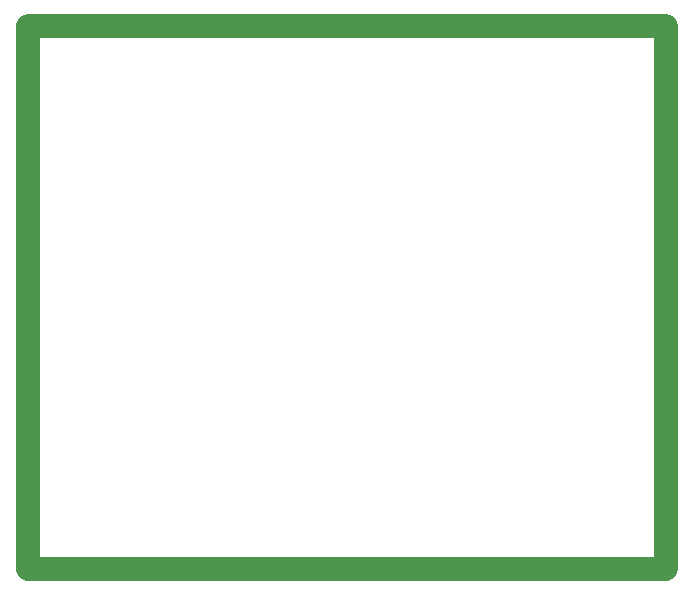
<source format=gko>
G75*
%MOIN*%
%OFA0B0*%
%FSLAX25Y25*%
%IPPOS*%
%LPD*%
%AMOC8*
5,1,8,0,0,1.08239X$1,22.5*
%
%ADD10C,0.07874*%
D10*
X0032280Y0004937D02*
X0244879Y0004937D01*
X0244879Y0186039D01*
X0032280Y0186039D01*
X0032280Y0004937D01*
M02*

</source>
